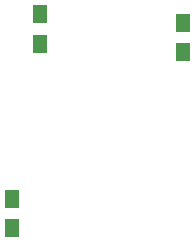
<source format=gbp>
G04 #@! TF.FileFunction,Paste,Bot*
%FSLAX46Y46*%
G04 Gerber Fmt 4.6, Leading zero omitted, Abs format (unit mm)*
G04 Created by KiCad (PCBNEW 4.0.6) date Saturday, October 28, 2017 'PMt' 05:20:16 PM*
%MOMM*%
%LPD*%
G01*
G04 APERTURE LIST*
%ADD10C,0.100000*%
%ADD11R,1.250000X1.500000*%
G04 APERTURE END LIST*
D10*
D11*
X107210000Y-64240000D03*
X107210000Y-66740000D03*
X119300000Y-67430000D03*
X119300000Y-64930000D03*
X104840000Y-82350000D03*
X104840000Y-79850000D03*
M02*

</source>
